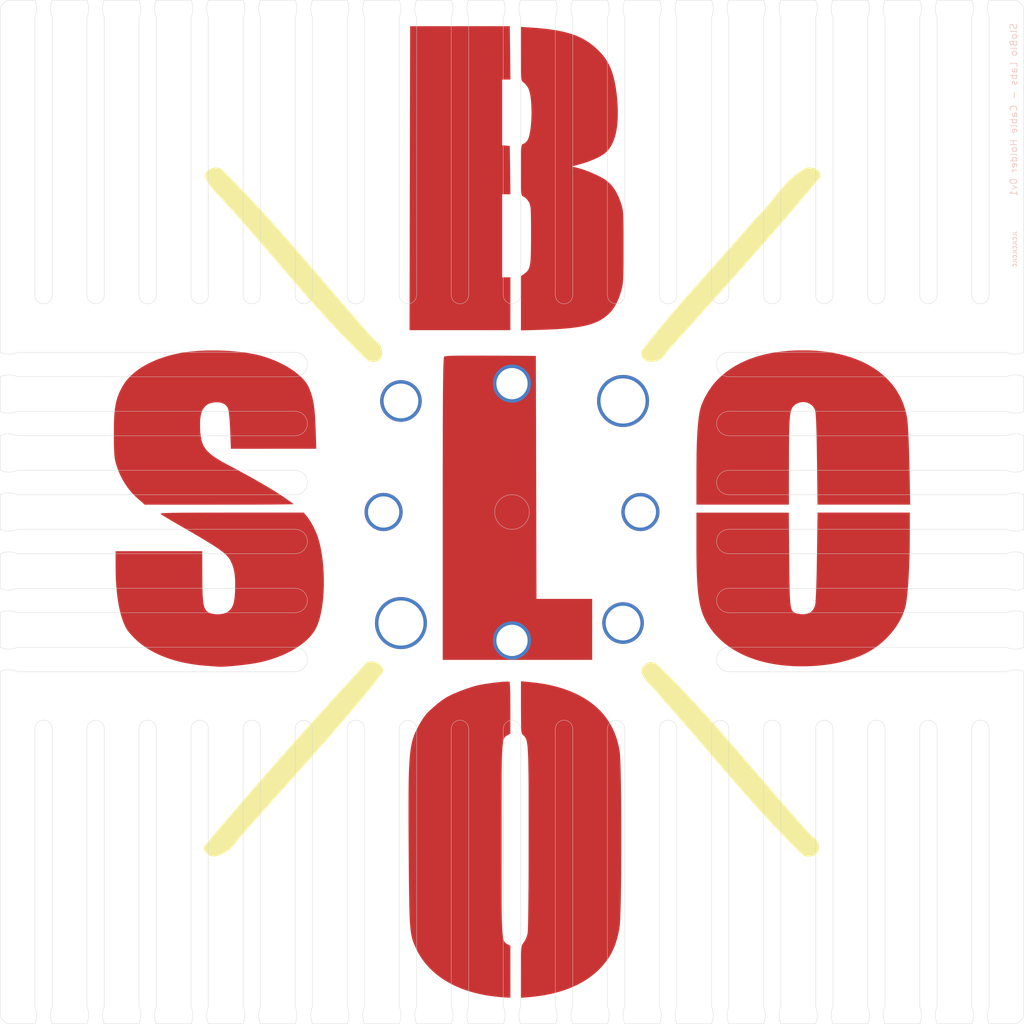
<source format=kicad_pcb>
(kicad_pcb (version 20221018) (generator pcbnew)
  (title_block (title " Cable Holder") (date "2023-10-11") (rev "${VERSION}") (company "SloBlo Labs"))
  (layers (0 "F.Cu" signal) (31 "B.Cu" signal) (34 "B.Paste" user) (35 "F.Paste" user) (36 "B.SilkS" user "B.Silkscreen") (37 "F.SilkS" user "F.Silkscreen") (38 "B.Mask" user) (39 "F.Mask" user) (44 "Edge.Cuts" user))
  (property "VERSION" "0v1")
  (net 0 "")
  (footprint "" (layer "F.Cu") (at 317 168)
    (fp_text reference "")
    (fp_text value "")
  )
  (footprint "" (layer "F.Cu") (at 248 200)
    (fp_text reference "")
    (fp_text value "")
  )
  (footprint "SloBloLogo_230x280" (layer "F.Cu") (at 285 200)
    (fp_text reference "SloBloLogo" hide)
    (fp_text value "Val**" hide)
  )
  (footprint "" (layer "F.Cu") (at 322 200)
    (fp_text reference "")
    (fp_text value "")
  )
  (footprint "" (layer "F.Cu") (at 285 163)
    (fp_text reference "")
    (fp_text value "")
  )
  (footprint "" (layer "F.Cu") (at 285 237)
    (fp_text reference "")
    (fp_text value "")
  )
  (footprint "" (layer "F.Cu") (at 253 168)
    (fp_text reference "")
    (fp_text value "")
  )
  (footprint "" (layer "F.Cu") (at 253 232)
    (fp_text reference "")
    (fp_text value "")
  )
  (footprint "" (layer "F.Cu") (at 317 232)
    (fp_text reference "")
    (fp_text value "")
  )
  (gr_arc (start 237.5 52.5) (mid 238 55) (end 237.5 57.5) (stroke (width 0.1)) (layer "Edge.Cuts"))
  (gr_line (start 362.5 137.5) (end 362.5 57.5) (stroke (width 0.1)) (layer "Edge.Cuts"))
  (gr_line (start 222.5 171) (end 142.5 171) (stroke (width 0.1)) (layer "Edge.Cuts"))
  (gr_line (start 162.5 57.5) (end 162.5 137.5) (stroke (width 0.1)) (layer "Edge.Cuts"))
  (gr_arc (start 422.5 137.5) (mid 420 140) (end 417.5 137.5) (stroke (width 0.1)) (layer "Edge.Cuts"))
  (gr_line (start 347.5 178) (end 427.5 178) (stroke (width 0.1)) (layer "Edge.Cuts"))
  (gr_line (start 432.5 256) (end 432.5 344.5) (stroke (width 0.1)) (layer "Edge.Cuts"))
  (gr_line (start 137.5 171) (end 137.5 161) (stroke (width 0.1)) (layer "Edge.Cuts"))
  (gr_line (start 142.5 161) (end 222.5 161) (stroke (width 0.1)) (layer "Edge.Cuts"))
  (gr_line (start 427.5 154) (end 347.5 154) (stroke (width 0.1)) (layer "Edge.Cuts"))
  (gr_line (start 167.5 342.5) (end 167.5 262.5) (stroke (width 0.1)) (layer "Edge.Cuts"))
  (gr_line (start 362.5 52.5) (end 372.5 52.5) (stroke (width 0.1)) (layer "Edge.Cuts"))
  (gr_arc (start 327.5 342.5) (mid 328 345) (end 327.5 347.5) (stroke (width 0.1)) (layer "Edge.Cuts"))
  (gr_arc (start 152.5 137.5) (mid 150 140) (end 147.5 137.5) (stroke (width 0.1)) (layer "Edge.Cuts"))
  (gr_arc (start 427.5 246) (mid 430 245.5) (end 432.5 246) (stroke (width 0.1)) (layer "Edge.Cuts"))
  (gr_arc (start 222.5 262.5) (mid 225 260) (end 227.5 262.5) (stroke (width 0.1)) (layer "Edge.Cuts"))
  (gr_arc (start 162.5 52.5) (mid 163 55) (end 162.5 57.5) (stroke (width 0.1)) (layer "Edge.Cuts"))
  (gr_arc (start 207.5 342.5) (mid 208 345) (end 207.5 347.5) (stroke (width 0.1)) (layer "Edge.Cuts"))
  (gr_arc (start 372.5 262.5) (mid 375 260) (end 377.5 262.5) (stroke (width 0.1)) (layer "Edge.Cuts"))
  (gr_line (start 427.5 171) (end 347.5 171) (stroke (width 0.1)) (layer "Edge.Cuts"))
  (gr_arc (start 137.5 229) (mid 140 228.5) (end 142.5 229) (stroke (width 0.1)) (layer "Edge.Cuts"))
  (gr_line (start 312.5 347.5) (end 302.5 347.5) (stroke (width 0.1)) (layer "Edge.Cuts"))
  (gr_arc (start 137.5 246) (mid 140 245.5) (end 142.5 246) (stroke (width 0.1)) (layer "Edge.Cuts"))
  (gr_line (start 327.5 57.5) (end 327.5 137.5) (stroke (width 0.1)) (layer "Edge.Cuts"))
  (gr_line (start 182.5 342.5) (end 182.5 262.5) (stroke (width 0.1)) (layer "Edge.Cuts"))
  (gr_line (start 207.5 262.5) (end 207.5 342.5) (stroke (width 0.1)) (layer "Edge.Cuts"))
  (gr_circle (center 285 200) (end 290 200) (stroke (width 0.1)) (fill none) (layer "Edge.Cuts"))
  (gr_arc (start 429.5 52.5) (mid 431.62132 53.37868) (end 432.5 55.5) (stroke (width 0.1)) (layer "Edge.Cuts"))
  (gr_line (start 147.5 262.5) (end 147.5 342.5) (stroke (width 0.1)) (layer "Edge.Cuts"))
  (gr_arc (start 257.5 57.5) (mid 257 55) (end 257.5 52.5) (stroke (width 0.1)) (layer "Edge.Cuts"))
  (gr_line (start 252.5 347.5) (end 242.5 347.5) (stroke (width 0.1)) (layer "Edge.Cuts"))
  (gr_arc (start 212.5 57.5) (mid 212 55) (end 212.5 52.5) (stroke (width 0.1)) (layer "Edge.Cuts"))
  (gr_arc (start 272.5 347.5) (mid 272 345) (end 272.5 342.5) (stroke (width 0.1)) (layer "Edge.Cuts"))
  (gr_line (start 162.5 262.5) (end 162.5 342.5) (stroke (width 0.1)) (layer "Edge.Cuts"))
  (gr_arc (start 312.5 52.5) (mid 313 55) (end 312.5 57.5) (stroke (width 0.1)) (layer "Edge.Cuts"))
  (gr_arc (start 377.5 57.5) (mid 377 55) (end 377.5 52.5) (stroke (width 0.1)) (layer "Edge.Cuts"))
  (gr_arc (start 267.5 262.5) (mid 270 260) (end 272.5 262.5) (stroke (width 0.1)) (layer "Edge.Cuts"))
  (gr_arc (start 302.5 137.5) (mid 300 140) (end 297.5 137.5) (stroke (width 0.1)) (layer "Edge.Cuts"))
  (gr_line (start 282.5 262.5) (end 282.5 342.5) (stroke (width 0.1)) (layer "Edge.Cuts"))
  (gr_line (start 192.5 347.5) (end 182.5 347.5) (stroke (width 0.1)) (layer "Edge.Cuts"))
  (gr_arc (start 347.5 57.5) (mid 347 55) (end 347.5 52.5) (stroke (width 0.1)) (layer "Edge.Cuts"))
  (gr_arc (start 347.5 178) (mid 343.964118 174.5) (end 347.5 171) (stroke (width 0.1)) (layer "Edge.Cuts"))
  (gr_line (start 222.5 205) (end 142.5 205) (stroke (width 0.1)) (layer "Edge.Cuts"))
  (gr_arc (start 222.5 171) (mid 226.035882 174.5) (end 222.5 178) (stroke (width 0.1)) (layer "Edge.Cuts"))
  (gr_arc (start 207.5 262.5) (mid 210 260) (end 212.5 262.5) (stroke (width 0.1)) (layer "Edge.Cuts"))
  (gr_line (start 347.5 342.5) (end 347.5 262.5) (stroke (width 0.1)) (layer "Edge.Cuts"))
  (gr_line (start 392.5 52.5) (end 402.5 52.5) (stroke (width 0.1)) (layer "Edge.Cuts"))
  (gr_line (start 137.5 239) (end 137.5 229) (stroke (width 0.1)) (layer "Edge.Cuts"))
  (gr_arc (start 377.5 137.5) (mid 375 140) (end 372.5 137.5) (stroke (width 0.1)) (layer "Edge.Cuts"))
  (gr_arc (start 287.5 57.5) (mid 287 55) (end 287.5 52.5) (stroke (width 0.1)) (layer "Edge.Cuts"))
  (gr_line (start 427.5 239) (end 347.5 239) (stroke (width 0.1)) (layer "Edge.Cuts"))
  (gr_line (start 197.5 137.5) (end 197.5 57.5) (stroke (width 0.1)) (layer "Edge.Cuts"))
  (gr_line (start 142.5 178) (end 222.5 178) (stroke (width 0.1)) (layer "Edge.Cuts"))
  (gr_arc (start 137.5 161) (mid 140 160.5) (end 142.5 161) (stroke (width 0.1)) (layer "Edge.Cuts"))
  (gr_arc (start 422.5 57.5) (mid 422 55) (end 422.5 52.5) (stroke (width 0.1)) (layer "Edge.Cuts"))
  (gr_line (start 302.5 137.5) (end 302.5 57.5) (stroke (width 0.1)) (layer "Edge.Cuts"))
  (gr_line (start 252.5 57.5) (end 252.5 137.5) (stroke (width 0.1)) (layer "Edge.Cuts"))
  (gr_line (start 267.5 347.5) (end 257.5 347.5) (stroke (width 0.1)) (layer "Edge.Cuts"))
  (gr_arc (start 152.5 347.5) (mid 152 345) (end 152.5 342.5) (stroke (width 0.1)) (layer "Edge.Cuts"))
  (gr_line (start 212.5 52.5) (end 222.5 52.5) (stroke (width 0.1)) (layer "Edge.Cuts"))
  (gr_line (start 432.5 212) (end 432.5 222) (stroke (width 0.1)) (layer "Edge.Cuts"))
  (gr_arc (start 362.5 137.5) (mid 360 140) (end 357.5 137.5) (stroke (width 0.1)) (layer "Edge.Cuts"))
  (gr_arc (start 227.5 137.5) (mid 225 140) (end 222.5 137.5) (stroke (width 0.1)) (layer "Edge.Cuts"))
  (gr_line (start 252.5 262.5) (end 252.5 342.5) (stroke (width 0.1)) (layer "Edge.Cuts"))
  (gr_line (start 387.5 57.5) (end 387.5 137.5) (stroke (width 0.1)) (layer "Edge.Cuts"))
  (gr_arc (start 362.5 347.5) (mid 362 345) (end 362.5 342.5) (stroke (width 0.1)) (layer "Edge.Cuts"))
  (gr_line (start 272.5 137.5) (end 272.5 57.5) (stroke (width 0.1)) (layer "Edge.Cuts"))
  (gr_arc (start 417.5 342.5) (mid 418 345) (end 417.5 347.5) (stroke (width 0.1)) (layer "Edge.Cuts"))
  (gr_arc (start 252.5 262.5) (mid 255 260) (end 257.5 262.5) (stroke (width 0.1)) (layer "Edge.Cuts"))
  (gr_arc (start 142.5 222) (mid 140 222.5) (end 137.5 222) (stroke (width 0.1)) (layer "Edge.Cuts"))
  (gr_arc (start 432.5 205) (mid 430 205.5) (end 427.5 205) (stroke (width 0.1)) (layer "Edge.Cuts"))
  (gr_arc (start 402.5 52.5) (mid 403 55) (end 402.5 57.5) (stroke (width 0.1)) (layer "Edge.Cuts"))
  (gr_arc (start 147.5 52.5) (mid 148 55) (end 147.5 57.5) (stroke (width 0.1)) (layer "Edge.Cuts"))
  (gr_line (start 417.5 262.5) (end 417.5 342.5) (stroke (width 0.1)) (layer "Edge.Cuts"))
  (gr_arc (start 342.5 262.5) (mid 345 260) (end 347.5 262.5) (stroke (width 0.1)) (layer "Edge.Cuts"))
  (gr_arc (start 357.5 342.5) (mid 358 345) (end 357.5 347.5) (stroke (width 0.1)) (layer "Edge.Cuts"))
  (gr_arc (start 167.5 57.5) (mid 167 55) (end 167.5 52.5) (stroke (width 0.1)) (layer "Edge.Cuts"))
  (gr_arc (start 287.5 347.5) (mid 287 345) (end 287.5 342.5) (stroke (width 0.1)) (layer "Edge.Cuts"))
  (gr_arc (start 257.5 347.5) (mid 257 345) (end 257.5 342.5) (stroke (width 0.1)) (layer "Edge.Cuts"))
  (gr_arc (start 432.5 154) (mid 430 154.5) (end 427.5 154) (stroke (width 0.1)) (layer "Edge.Cuts"))
  (gr_line (start 302.5 52.5) (end 312.5 52.5) (stroke (width 0.1)) (layer "Edge.Cuts"))
  (gr_arc (start 332.5 137.5) (mid 330 140) (end 327.5 137.5) (stroke (width 0.1)) (layer "Edge.Cuts"))
  (gr_arc (start 197.5 57.5) (mid 197 55) (end 197.5 52.5) (stroke (width 0.1)) (layer "Edge.Cuts"))
  (gr_arc (start 137.5 178) (mid 140 177.5) (end 142.5 178) (stroke (width 0.1)) (layer "Edge.Cuts"))
  (gr_arc (start 432.5 344.5) (mid 431.62132 346.62132) (end 429.5 347.5) (stroke (width 0.1)) (layer "Edge.Cuts"))
  (gr_arc (start 432.5 171) (mid 430 171.5) (end 427.5 171) (stroke (width 0.1)) (layer "Edge.Cuts"))
  (gr_line (start 387.5 347.5) (end 377.5 347.5) (stroke (width 0.1)) (layer "Edge.Cuts"))
  (gr_line (start 282.5 57.5) (end 282.5 137.5) (stroke (width 0.1)) (layer "Edge.Cuts"))
  (gr_line (start 317.5 342.5) (end 317.5 262.5) (stroke (width 0.1)) (layer "Edge.Cuts"))
  (gr_line (start 222.5 188) (end 142.5 188) (stroke (width 0.1)) (layer "Edge.Cuts"))
  (gr_arc (start 142.5 239) (mid 140 239.5) (end 137.5 239) (stroke (width 0.1)) (layer "Edge.Cuts"))
  (gr_line (start 182.5 137.5) (end 182.5 57.5) (stroke (width 0.1)) (layer "Edge.Cuts"))
  (gr_arc (start 347.5 195) (mid 343.964118 191.5) (end 347.5 188) (stroke (width 0.1)) (layer "Edge.Cuts"))
  (gr_arc (start 407.5 347.5) (mid 407 345) (end 407.5 342.5) (stroke (width 0.1)) (layer "Edge.Cuts"))
  (gr_arc (start 177.5 52.5) (mid 178 55) (end 177.5 57.5) (stroke (width 0.1)) (layer "Edge.Cuts"))
  (gr_arc (start 242.5 347.5) (mid 242 345) (end 242.5 342.5) (stroke (width 0.1)) (layer "Edge.Cuts"))
  (gr_arc (start 342.5 52.5) (mid 343 55) (end 342.5 57.5) (stroke (width 0.1)) (layer "Edge.Cuts"))
  (gr_arc (start 197.5 137.5) (mid 195 140) (end 192.5 137.5) (stroke (width 0.1)) (layer "Edge.Cuts"))
  (gr_line (start 362.5 342.5) (end 362.5 262.5) (stroke (width 0.1)) (layer "Edge.Cuts"))
  (gr_line (start 432.5 55.5) (end 432.5 154) (stroke (width 0.1)) (layer "Edge.Cuts"))
  (gr_arc (start 252.5 52.5) (mid 253 55) (end 252.5 57.5) (stroke (width 0.1)) (layer "Edge.Cuts"))
  (gr_line (start 257.5 342.5) (end 257.5 262.5) (stroke (width 0.1)) (layer "Edge.Cuts"))
  (gr_line (start 332.5 52.5) (end 342.5 52.5) (stroke (width 0.1)) (layer "Edge.Cuts"))
  (gr_line (start 222.5 154) (end 142.5 154) (stroke (width 0.1)) (layer "Edge.Cuts"))
  (gr_line (start 137.5 154) (end 137.5 144) (stroke (width 0.1)) (layer "Edge.Cuts"))
  (gr_line (start 137.5 222) (end 137.5 212) (stroke (width 0.1)) (layer "Edge.Cuts"))
  (gr_arc (start 237.5 262.5) (mid 240 260) (end 242.5 262.5) (stroke (width 0.1)) (layer "Edge.Cuts"))
  (gr_arc (start 222.5 342.5) (mid 223 345) (end 222.5 347.5) (stroke (width 0.1)) (layer "Edge.Cuts"))
  (gr_arc (start 162.5 262.5) (mid 165 260) (end 167.5 262.5) (stroke (width 0.1)) (layer "Edge.Cuts"))
  (gr_arc (start 432.5 188) (mid 430 188.5) (end 427.5 188) (stroke (width 0.1)) (layer "Edge.Cuts"))
  (gr_arc (start 312.5 342.5) (mid 313 345) (end 312.5 347.5) (stroke (width 0.1)) (layer "Edge.Cuts"))
  (gr_line (start 237.5 262.5) (end 237.5 342.5) (stroke (width 0.1)) (layer "Edge.Cuts"))
  (gr_line (start 192.5 57.5) (end 192.5 137.5) (stroke (width 0.1)) (layer "Edge.Cuts"))
  (gr_arc (start 347.5 229) (mid 343.964118 225.5) (end 347.5 222) (stroke (width 0.1)) (layer "Edge.Cuts"))
  (gr_line (start 422.5 137.5) (end 422.5 57.5) (stroke (width 0.1)) (layer "Edge.Cuts"))
  (gr_line (start 432.5 178) (end 432.5 188) (stroke (width 0.1)) (layer "Edge.Cuts"))
  (gr_line (start 417.5 347.5) (end 407.5 347.5) (stroke (width 0.1)) (layer "Edge.Cuts"))
  (gr_arc (start 342.5 342.5) (mid 343 345) (end 342.5 347.5) (stroke (width 0.1)) (layer "Edge.Cuts"))
  (gr_line (start 142.5 246) (end 222.5 246) (stroke (width 0.1)) (layer "Edge.Cuts"))
  (gr_line (start 147.5 57.5) (end 147.5 137.5) (stroke (width 0.1)) (layer "Edge.Cuts"))
  (gr_arc (start 212.5 347.5) (mid 212 345) (end 212.5 342.5) (stroke (width 0.1)) (layer "Edge.Cuts"))
  (gr_line (start 427.5 188) (end 347.5 188) (stroke (width 0.1)) (layer "Edge.Cuts"))
  (gr_arc (start 297.5 262.5) (mid 300 260) (end 302.5 262.5) (stroke (width 0.1)) (layer "Edge.Cuts"))
  (gr_line (start 377.5 342.5) (end 377.5 262.5) (stroke (width 0.1)) (layer "Edge.Cuts"))
  (gr_arc (start 227.5 347.5) (mid 227 345) (end 227.5 342.5) (stroke (width 0.1)) (layer "Edge.Cuts"))
  (gr_line (start 392.5 137.5) (end 392.5 57.5) (stroke (width 0.1)) (layer "Edge.Cuts"))
  (gr_arc (start 192.5 52.5) (mid 193 55) (end 192.5 57.5) (stroke (width 0.1)) (layer "Edge.Cuts"))
  (gr_line (start 267.5 262.5) (end 267.5 342.5) (stroke (width 0.1)) (layer "Edge.Cuts"))
  (gr_line (start 222.5 57.5) (end 222.5 137.5) (stroke (width 0.1)) (layer "Edge.Cuts"))
  (gr_arc (start 327.5 262.5) (mid 330 260) (end 332.5 262.5) (stroke (width 0.1)) (layer "Edge.Cuts"))
  (gr_arc (start 182.5 57.5) (mid 182 55) (end 182.5 52.5) (stroke (width 0.1)) (layer "Edge.Cuts"))
  (gr_line (start 222.5 222) (end 142.5 222) (stroke (width 0.1)) (layer "Edge.Cuts"))
  (gr_arc (start 222.5 154) (mid 226.035882 157.5) (end 222.5 161) (stroke (width 0.1)) (layer "Edge.Cuts"))
  (gr_arc (start 197.5 347.5) (mid 197 345) (end 197.5 342.5) (stroke (width 0.1)) (layer "Edge.Cuts"))
  (gr_arc (start 142.5 171) (mid 140 171.5) (end 137.5 171) (stroke (width 0.1)) (layer "Edge.Cuts"))
  (gr_line (start 342.5 262.5) (end 342.5 342.5) (stroke (width 0.1)) (layer "Edge.Cuts"))
  (gr_arc (start 347.5 246) (mid 343.964118 242.5) (end 347.5 239) (stroke (width 0.1)) (layer "Edge.Cuts"))
  (gr_arc (start 152.5 57.5) (mid 152 55) (end 152.5 52.5) (stroke (width 0.1)) (layer "Edge.Cuts"))
  (gr_arc (start 142.5 154) (mid 140 154.5) (end 137.5 154) (stroke (width 0.1)) (layer "Edge.Cuts"))
  (gr_line (start 207.5 57.5) (end 207.5 137.5) (stroke (width 0.1)) (layer "Edge.Cuts"))
  (gr_line (start 422.5 342.5) (end 422.5 262.5) (stroke (width 0.1)) (layer "Edge.Cuts"))
  (gr_arc (start 312.5 262.5) (mid 315 260) (end 317.5 262.5) (stroke (width 0.1)) (layer "Edge.Cuts"))
  (gr_line (start 142.5 212) (end 222.5 212) (stroke (width 0.1)) (layer "Edge.Cuts"))
  (gr_arc (start 427.5 178) (mid 430 177.5) (end 432.5 178) (stroke (width 0.1)) (layer "Edge.Cuts"))
  (gr_line (start 357.5 57.5) (end 357.5 137.5) (stroke (width 0.1)) (layer "Edge.Cuts"))
  (gr_arc (start 407.5 137.5) (mid 405 140) (end 402.5 137.5) (stroke (width 0.1)) (layer "Edge.Cuts"))
  (gr_line (start 347.5 161) (end 427.5 161) (stroke (width 0.1)) (layer "Edge.Cuts"))
  (gr_line (start 137.5 205) (end 137.5 195) (stroke (width 0.1)) (layer "Edge.Cuts"))
  (gr_line (start 312.5 262.5) (end 312.5 342.5) (stroke (width 0.1)) (layer "Edge.Cuts"))
  (gr_arc (start 282.5 52.5) (mid 283 55) (end 282.5 57.5) (stroke (width 0.1)) (layer "Edge.Cuts"))
  (gr_line (start 429.5 347.5) (end 422.5 347.5) (stroke (width 0.1)) (layer "Edge.Cuts"))
  (gr_arc (start 332.5 347.5) (mid 332 345) (end 332.5 342.5) (stroke (width 0.1)) (layer "Edge.Cuts"))
  (gr_arc (start 147.5 342.5) (mid 148 345) (end 147.5 347.5) (stroke (width 0.1)) (layer "Edge.Cuts"))
  (gr_line (start 347.5 195) (end 427.5 195) (stroke (width 0.1)) (layer "Edge.Cuts"))
  (gr_line (start 372.5 57.5) (end 372.5 137.5) (stroke (width 0.1)) (layer "Edge.Cuts"))
  (gr_arc (start 147.5 262.5) (mid 150 260) (end 152.5 262.5) (stroke (width 0.1)) (layer "Edge.Cuts"))
  (gr_arc (start 377.5 347.5) (mid 377 345) (end 377.5 342.5) (stroke (width 0.1)) (layer "Edge.Cuts"))
  (gr_line (start 347.5 246) (end 427.5 246) (stroke (width 0.1)) (layer "Edge.Cuts"))
  (gr_line (start 427.5 205) (end 347.5 205) (stroke (width 0.1)) (layer "Edge.Cuts"))
  (gr_arc (start 140.5 347.5) (mid 138.37868 346.62132) (end 137.5 344.5) (stroke (width 0.1)) (layer "Edge.Cuts"))
  (gr_line (start 302.5 342.5) (end 302.5 262.5) (stroke (width 0.1)) (layer "Edge.Cuts"))
  (gr_line (start 222.5 347.5) (end 212.5 347.5) (stroke (width 0.1)) (layer "Edge.Cuts"))
  (gr_line (start 227.5 137.5) (end 227.5 57.5) (stroke (width 0.1)) (layer "Edge.Cuts"))
  (gr_line (start 177.5 262.5) (end 177.5 342.5) (stroke (width 0.1)) (layer "Edge.Cuts"))
  (gr_arc (start 167.5 137.5) (mid 165 140) (end 162.5 137.5) (stroke (width 0.1)) (layer "Edge.Cuts"))
  (gr_line (start 432.5 229) (end 432.5 239) (stroke (width 0.1)) (layer "Edge.Cuts"))
  (gr_arc (start 332.5 57.5) (mid 332 55) (end 332.5 52.5) (stroke (width 0.1)) (layer "Edge.Cuts"))
  (gr_line (start 242.5 137.5) (end 242.5 57.5) (stroke (width 0.1)) (layer "Edge.Cuts"))
  (gr_arc (start 182.5 137.5) (mid 180 140) (end 177.5 137.5) (stroke (width 0.1)) (layer "Edge.Cuts"))
  (gr_line (start 137.5 188) (end 137.5 178) (stroke (width 0.1)) (layer "Edge.Cuts"))
  (gr_arc (start 192.5 262.5) (mid 195 260) (end 197.5 262.5) (stroke (width 0.1)) (layer "Edge.Cuts"))
  (gr_line (start 152.5 137.5) (end 152.5 57.5) (stroke (width 0.1)) (layer "Edge.Cuts"))
  (gr_arc (start 257.5 137.5) (mid 255 140) (end 252.5 137.5) (stroke (width 0.1)) (layer "Edge.Cuts"))
  (gr_arc (start 142.5 188) (mid 140 188.5) (end 137.5 188) (stroke (width 0.1)) (layer "Edge.Cuts"))
  (gr_line (start 287.5 342.5) (end 287.5 262.5) (stroke (width 0.1)) (layer "Edge.Cuts"))
  (gr_arc (start 372.5 52.5) (mid 373 55) (end 372.5 57.5) (stroke (width 0.1)) (layer "Edge.Cuts"))
  (gr_line (start 177.5 57.5) (end 177.5 137.5) (stroke (width 0.1)) (layer "Edge.Cuts"))
  (gr_arc (start 222.5 188) (mid 226.035882 191.5) (end 222.5 195) (stroke (width 0.1)) (layer "Edge.Cuts"))
  (gr_arc (start 222.5 52.5) (mid 223 55) (end 222.5 57.5) (stroke (width 0.1)) (layer "Edge.Cuts"))
  (gr_line (start 402.5 262.5) (end 402.5 342.5) (stroke (width 0.1)) (layer "Edge.Cuts"))
  (gr_arc (start 192.5 342.5) (mid 193 345) (end 192.5 347.5) (stroke (width 0.1)) (layer "Edge.Cuts"))
  (gr_line (start 332.5 342.5) (end 332.5 262.5) (stroke (width 0.1)) (layer "Edge.Cuts"))
  (gr_line (start 407.5 52.5) (end 417.5 52.5) (stroke (width 0.1)) (layer "Edge.Cuts"))
  (gr_arc (start 357.5 262.5) (mid 360 260) (end 362.5 262.5) (stroke (width 0.1)) (layer "Edge.Cuts"))
  (gr_arc (start 272.5 137.5) (mid 270 140) (end 267.5 137.5) (stroke (width 0.1)) (layer "Edge.Cuts"))
  (gr_line (start 222.5 262.5) (end 222.5 342.5) (stroke (width 0.1)) (layer "Edge.Cuts"))
  (gr_arc (start 432.5 222) (mid 430 222.5) (end 427.5 222) (stroke (width 0.1)) (layer "Edge.Cuts"))
  (gr_line (start 227.5 52.5) (end 237.5 52.5) (stroke (width 0.1)) (layer "Edge.Cuts"))
  (gr_arc (start 427.5 212) (mid 430 211.5) (end 432.5 212) (stroke (width 0.1)) (layer "Edge.Cuts"))
  (gr_line (start 242.5 342.5) (end 242.5 262.5) (stroke (width 0.1)) (layer "Edge.Cuts"))
  (gr_arc (start 272.5 57.5) (mid 272 55) (end 272.5 52.5) (stroke (width 0.1)) (layer "Edge.Cuts"))
  (gr_arc (start 327.5 52.5) (mid 328 55) (end 327.5 57.5) (stroke (width 0.1)) (layer "Edge.Cuts"))
  (gr_arc (start 227.5 57.5) (mid 227 55) (end 227.5 52.5) (stroke (width 0.1)) (layer "Edge.Cuts"))
  (gr_arc (start 222.5 222) (mid 226.035882 225.5) (end 222.5 229) (stroke (width 0.1)) (layer "Edge.Cuts"))
  (gr_arc (start 427.5 195) (mid 430 194.5) (end 432.5 195) (stroke (width 0.1)) (layer "Edge.Cuts"))
  (gr_arc (start 372.5 342.5) (mid 373 345) (end 372.5 347.5) (stroke (width 0.1)) (layer "Edge.Cuts"))
  (gr_line (start 162.5 347.5) (end 152.5 347.5) (stroke (width 0.1)) (layer "Edge.Cuts"))
  (gr_line (start 407.5 137.5) (end 407.5 57.5) (stroke (width 0.1)) (layer "Edge.Cuts"))
  (gr_arc (start 302.5 57.5) (mid 302 55) (end 302.5 52.5) (stroke (width 0.1)) (layer "Edge.Cuts"))
  (gr_line (start 152.5 342.5) (end 152.5 262.5) (stroke (width 0.1)) (layer "Edge.Cuts"))
  (gr_line (start 317.5 137.5) (end 317.5 57.5) (stroke (width 0.1)) (layer "Edge.Cuts"))
  (gr_line (start 422.5 52.5) (end 429.5 52.5) (stroke (width 0.1)) (layer "Edge.Cuts"))
  (gr_line (start 142.5 195) (end 222.5 195) (stroke (width 0.1)) (layer "Edge.Cuts"))
  (gr_line (start 417.5 57.5) (end 417.5 137.5) (stroke (width 0.1)) (layer "Edge.Cuts"))
  (gr_arc (start 167.5 347.5) (mid 167 345) (end 167.5 342.5) (stroke (width 0.1)) (layer "Edge.Cuts"))
  (gr_arc (start 212.5 137.5) (mid 210 140) (end 207.5 137.5) (stroke (width 0.1)) (layer "Edge.Cuts"))
  (gr_line (start 347.5 212) (end 427.5 212) (stroke (width 0.1)) (layer "Edge.Cuts"))
  (gr_line (start 297.5 262.5) (end 297.5 342.5) (stroke (width 0.1)) (layer "Edge.Cuts"))
  (gr_arc (start 422.5 347.5) (mid 422 345) (end 422.5 342.5) (stroke (width 0.1)) (layer "Edge.Cuts"))
  (gr_arc (start 207.5 52.5) (mid 208 55) (end 207.5 57.5) (stroke (width 0.1)) (layer "Edge.Cuts"))
  (gr_arc (start 252.5 342.5) (mid 253 345) (end 252.5 347.5) (stroke (width 0.1)) (layer "Edge.Cuts"))
  (gr_line (start 427.5 222) (end 347.5 222) (stroke (width 0.1)) (layer "Edge.Cuts"))
  (gr_line (start 197.5 342.5) (end 197.5 262.5) (stroke (width 0.1)) (layer "Edge.Cuts"))
  (gr_arc (start 317.5 137.5) (mid 315 140) (end 312.5 137.5) (stroke (width 0.1)) (layer "Edge.Cuts"))
  (gr_line (start 327.5 262.5) (end 327.5 342.5) (stroke (width 0.1)) (layer "Edge.Cuts"))
  (gr_line (start 272.5 52.5) (end 282.5 52.5) (stroke (width 0.1)) (layer "Edge.Cuts"))
  (gr_line (start 327.5 347.5) (end 317.5 347.5) (stroke (width 0.1)) (layer "Edge.Cuts"))
  (gr_line (start 137.5 144) (end 137.5 55.5) (stroke (width 0.1)) (layer "Edge.Cuts"))
  (gr_line (start 237.5 347.5) (end 227.5 347.5) (stroke (width 0.1)) (layer "Edge.Cuts"))
  (gr_line (start 332.5 137.5) (end 332.5 57.5) (stroke (width 0.1)) (layer "Edge.Cuts"))
  (gr_line (start 432.5 161) (end 432.5 171) (stroke (width 0.1)) (layer "Edge.Cuts"))
  (gr_arc (start 282.5 262.5) (mid 285 260) (end 287.5 262.5) (stroke (width 0.1)) (layer "Edge.Cuts"))
  (gr_arc (start 417.5 52.5) (mid 418 55) (end 417.5 57.5) (stroke (width 0.1)) (layer "Edge.Cuts"))
  (gr_arc (start 302.5 347.5) (mid 302 345) (end 302.5 342.5) (stroke (width 0.1)) (layer "Edge.Cuts"))
  (gr_arc (start 182.5 347.5) (mid 182 345) (end 182.5 342.5) (stroke (width 0.1)) (layer "Edge.Cuts"))
  (gr_arc (start 357.5 52.5) (mid 358 55) (end 357.5 57.5) (stroke (width 0.1)) (layer "Edge.Cuts"))
  (gr_arc (start 347.5 212) (mid 343.964118 208.5) (end 347.5 205) (stroke (width 0.1)) (layer "Edge.Cuts"))
  (gr_line (start 407.5 342.5) (end 407.5 262.5) (stroke (width 0.1)) (layer "Edge.Cuts"))
  (gr_line (start 282.5 347.5) (end 272.5 347.5) (stroke (width 0.1)) (layer "Edge.Cuts"))
  (gr_line (start 212.5 342.5) (end 212.5 262.5) (stroke (width 0.1)) (layer "Edge.Cuts"))
  (gr_line (start 287.5 52.5) (end 297.5 52.5) (stroke (width 0.1)) (layer "Edge.Cuts"))
  (gr_line (start 152.5 52.5) (end 162.5 52.5) (stroke (width 0.1)) (layer "Edge.Cuts"))
  (gr_arc (start 392.5 347.5) (mid 392 345) (end 392.5 342.5) (stroke (width 0.1)) (layer "Edge.Cuts"))
  (gr_line (start 242.5 52.5) (end 252.5 52.5) (stroke (width 0.1)) (layer "Edge.Cuts"))
  (gr_line (start 342.5 57.5) (end 342.5 137.5) (stroke (width 0.1)) (layer "Edge.Cuts"))
  (gr_line (start 297.5 57.5) (end 297.5 137.5) (stroke (width 0.1)) (layer "Edge.Cuts"))
  (gr_arc (start 137.5 212) (mid 140 211.5) (end 142.5 212) (stroke (width 0.1)) (layer "Edge.Cuts"))
  (gr_arc (start 427.5 161) (mid 430 160.5) (end 432.5 161) (stroke (width 0.1)) (layer "Edge.Cuts"))
  (gr_line (start 387.5 262.5) (end 387.5 342.5) (stroke (width 0.1)) (layer "Edge.Cuts"))
  (gr_line (start 197.5 52.5) (end 207.5 52.5) (stroke (width 0.1)) (layer "Edge.Cuts"))
  (gr_arc (start 387.5 262.5) (mid 390 260) (end 392.5 262.5) (stroke (width 0.1)) (layer "Edge.Cuts"))
  (gr_arc (start 427.5 229) (mid 430 228.5) (end 432.5 229) (stroke (width 0.1)) (layer "Edge.Cuts"))
  (gr_line (start 207.5 347.5) (end 197.5 347.5) (stroke (width 0.1)) (layer "Edge.Cuts"))
  (gr_line (start 377.5 137.5) (end 377.5 57.5) (stroke (width 0.1)) (layer "Edge.Cuts"))
  (gr_arc (start 242.5 57.5) (mid 242 55) (end 242.5 52.5) (stroke (width 0.1)) (layer "Edge.Cuts"))
  (gr_line (start 317.5 52.5) (end 327.5 52.5) (stroke (width 0.1)) (layer "Edge.Cuts"))
  (gr_line (start 137.5 344.5) (end 137.5 246) (stroke (width 0.1)) (layer "Edge.Cuts"))
  (gr_line (start 222.5 239) (end 142.5 239) (stroke (width 0.1)) (layer "Edge.Cuts"))
  (gr_line (start 347.5 137.5) (end 347.5 57.5) (stroke (width 0.1)) (layer "Edge.Cuts"))
  (gr_arc (start 392.5 57.5) (mid 392 55) (end 392.5 52.5) (stroke (width 0.1)) (layer "Edge.Cuts"))
  (gr_line (start 237.5 57.5) (end 237.5 137.5) (stroke (width 0.1)) (layer "Edge.Cuts"))
  (gr_arc (start 297.5 342.5) (mid 298 345) (end 297.5 347.5) (stroke (width 0.1)) (layer "Edge.Cuts"))
  (gr_line (start 192.5 262.5) (end 192.5 342.5) (stroke (width 0.1)) (layer "Edge.Cuts"))
  (gr_arc (start 402.5 262.5) (mid 405 260) (end 407.5 262.5) (stroke (width 0.1)) (layer "Edge.Cuts"))
  (gr_arc (start 407.5 57.5) (mid 407 55) (end 407.5 52.5) (stroke (width 0.1)) (layer "Edge.Cuts"))
  (gr_arc (start 297.5 52.5) (mid 298 55) (end 297.5 57.5) (stroke (width 0.1)) (layer "Edge.Cuts"))
  (gr_line (start 142.5 229) (end 222.5 229) (stroke (width 0.1)) (layer "Edge.Cuts"))
  (gr_arc (start 317.5 57.5) (mid 317 55) (end 317.5 52.5) (stroke (width 0.1)) (layer "Edge.Cuts"))
  (gr_line (start 432.5 246) (end 432.5 256) (stroke (width 0.1)) (layer "Edge.Cuts"))
  (gr_arc (start 347.5 137.5) (mid 345 140) (end 342.5 137.5) (stroke (width 0.1)) (layer "Edge.Cuts"))
  (gr_arc (start 282.5 342.5) (mid 283 345) (end 282.5 347.5) (stroke (width 0.1)) (layer "Edge.Cuts"))
  (gr_line (start 377.5 52.5) (end 387.5 52.5) (stroke (width 0.1)) (layer "Edge.Cuts"))
  (gr_arc (start 267.5 342.5) (mid 268 345) (end 267.5 347.5) (stroke (width 0.1)) (layer "Edge.Cuts"))
  (gr_line (start 167.5 137.5) (end 167.5 57.5) (stroke (width 0.1)) (layer "Edge.Cuts"))
  (gr_line (start 257.5 137.5) (end 257.5 57.5) (stroke (width 0.1)) (layer "Edge.Cuts"))
  (gr_arc (start 402.5 342.5) (mid 403 345) (end 402.5 347.5) (stroke (width 0.1)) (layer "Edge.Cuts"))
  (gr_line (start 357.5 347.5) (end 347.5 347.5) (stroke (width 0.1)) (layer "Edge.Cuts"))
  (gr_arc (start 362.5 57.5) (mid 362 55) (end 362.5 52.5) (stroke (width 0.1)) (layer "Edge.Cuts"))
  (gr_line (start 432.5 195) (end 432.5 205) (stroke (width 0.1)) (layer "Edge.Cuts"))
  (gr_line (start 347.5 52.5) (end 357.5 52.5) (stroke (width 0.1)) (layer "Edge.Cuts"))
  (gr_line (start 182.5 52.5) (end 192.5 52.5) (stroke (width 0.1)) (layer "Edge.Cuts"))
  (gr_line (start 372.5 347.5) (end 362.5 347.5) (stroke (width 0.1)) (layer "Edge.Cuts"))
  (gr_arc (start 267.5 52.5) (mid 268 55) (end 267.5 57.5) (stroke (width 0.1)) (layer "Edge.Cuts"))
  (gr_arc (start 387.5 342.5) (mid 388 345) (end 387.5 347.5) (stroke (width 0.1)) (layer "Edge.Cuts"))
  (gr_arc (start 417.5 262.5) (mid 420 260) (end 422.5 262.5) (stroke (width 0.1)) (layer "Edge.Cuts"))
  (gr_arc (start 387.5 52.5) (mid 388 55) (end 387.5 57.5) (stroke (width 0.1)) (layer "Edge.Cuts"))
  (gr_line (start 402.5 57.5) (end 402.5 137.5) (stroke (width 0.1)) (layer "Edge.Cuts"))
  (gr_line (start 287.5 137.5) (end 287.5 57.5) (stroke (width 0.1)) (layer "Edge.Cuts"))
  (gr_line (start 312.5 57.5) (end 312.5 137.5) (stroke (width 0.1)) (layer "Edge.Cuts"))
  (gr_line (start 167.5 52.5) (end 177.5 52.5) (stroke (width 0.1)) (layer "Edge.Cuts"))
  (gr_line (start 177.5 347.5) (end 167.5 347.5) (stroke (width 0.1)) (layer "Edge.Cuts"))
  (gr_arc (start 317.5 347.5) (mid 317 345) (end 317.5 342.5) (stroke (width 0.1)) (layer "Edge.Cuts"))
  (gr_line (start 257.5 52.5) (end 267.5 52.5) (stroke (width 0.1)) (layer "Edge.Cuts"))
  (gr_line (start 392.5 342.5) (end 392.5 262.5) (stroke (width 0.1)) (layer "Edge.Cuts"))
  (gr_arc (start 162.5 342.5) (mid 163 345) (end 162.5 347.5) (stroke (width 0.1)) (layer "Edge.Cuts"))
  (gr_arc (start 347.5 161) (mid 343.964118 157.5) (end 347.5 154) (stroke (width 0.1)) (layer "Edge.Cuts"))
  (gr_arc (start 142.5 205) (mid 140 205.5) (end 137.5 205) (stroke (width 0.1)) (layer "Edge.Cuts"))
  (gr_arc (start 137.5 55.5) (mid 138.378679 53.378679) (end 140.5 52.5) (stroke (width 0.1)) (layer "Edge.Cuts"))
  (gr_line (start 140.5 52.5) (end 147.5 52.5) (stroke (width 0.1)) (layer "Edge.Cuts"))
  (gr_line (start 267.5 57.5) (end 267.5 137.5) (stroke (width 0.1)) (layer "Edge.Cuts"))
  (gr_arc (start 392.5 137.5) (mid 390 140) (end 387.5 137.5) (stroke (width 0.1)) (layer "Edge.Cuts"))
  (gr_line (start 212.5 137.5) (end 212.5 57.5) (stroke (width 0.1)) (layer "Edge.Cuts"))
  (gr_line (start 342.5 347.5) (end 332.5 347.5) (stroke (width 0.1)) (layer "Edge.Cuts"))
  (gr_arc (start 287.5 137.5) (mid 285 140) (end 282.5 137.5) (stroke (width 0.1)) (layer "Edge.Cuts"))
  (gr_line (start 357.5 262.5) (end 357.5 342.5) (stroke (width 0.1)) (layer "Edge.Cuts"))
  (gr_arc (start 242.5 137.5) (mid 240 140) (end 237.5 137.5) (stroke (width 0.1)) (layer "Edge.Cuts"))
  (gr_arc (start 222.5 205) (mid 226.035882 208.5) (end 222.5 212) (stroke (width 0.1)) (layer "Edge.Cuts"))
  (gr_line (start 347.5 229) (end 427.5 229) (stroke (width 0.1)) (layer "Edge.Cuts"))
  (gr_line (start 297.5 347.5) (end 287.5 347.5) (stroke (width 0.1)) (layer "Edge.Cuts"))
  (gr_arc (start 177.5 342.5) (mid 178 345) (end 177.5 347.5) (stroke (width 0.1)) (layer "Edge.Cuts"))
  (gr_arc (start 237.5 342.5) (mid 238 345) (end 237.5 347.5) (stroke (width 0.1)) (layer "Edge.Cuts"))
  (gr_line (start 372.5 262.5) (end 372.5 342.5) (stroke (width 0.1)) (layer "Edge.Cuts"))
  (gr_arc (start 177.5 262.5) (mid 180 260) (end 182.5 262.5) (stroke (width 0.1)) (layer "Edge.Cuts"))
  (gr_arc (start 432.5 239) (mid 430 239.5) (end 427.5 239) (stroke (width 0.1)) (layer "Edge.Cuts"))
  (gr_arc (start 347.5 347.5) (mid 347 345) (end 347.5 342.5) (stroke (width 0.1)) (layer "Edge.Cuts"))
  (gr_arc (start 222.5 239) (mid 226.035882 242.5) (end 222.5 246) (stroke (width 0.1)) (layer "Edge.Cuts"))
  (gr_arc (start 137.5 195) (mid 140 194.5) (end 142.5 195) (stroke (width 0.1)) (layer "Edge.Cuts"))
  (gr_line (start 227.5 342.5) (end 227.5 262.5) (stroke (width 0.1)) (layer "Edge.Cuts"))
  (gr_line (start 147.5 347.5) (end 140.5 347.5) (stroke (width 0.1)) (layer "Edge.Cuts"))
  (gr_line (start 402.5 347.5) (end 392.5 347.5) (stroke (width 0.1)) (layer "Edge.Cuts"))
  (gr_line (start 272.5 342.5) (end 272.5 262.5) (stroke (width 0.1)) (layer "Edge.Cuts"))
  (gr_text "JLCJLCJLCJLC" (at 430.5 119 90) (layer "B.SilkS") (effects (font (size 1 1)) (justify left bottom mirror)))
  (gr_text "SloBlo Labs - Cable Holder ${VERSION}" (at 430.75 59 90) (layer "B.SilkS") (effects (font (size 2 2)) (justify left bottom mirror)))
)
</source>
